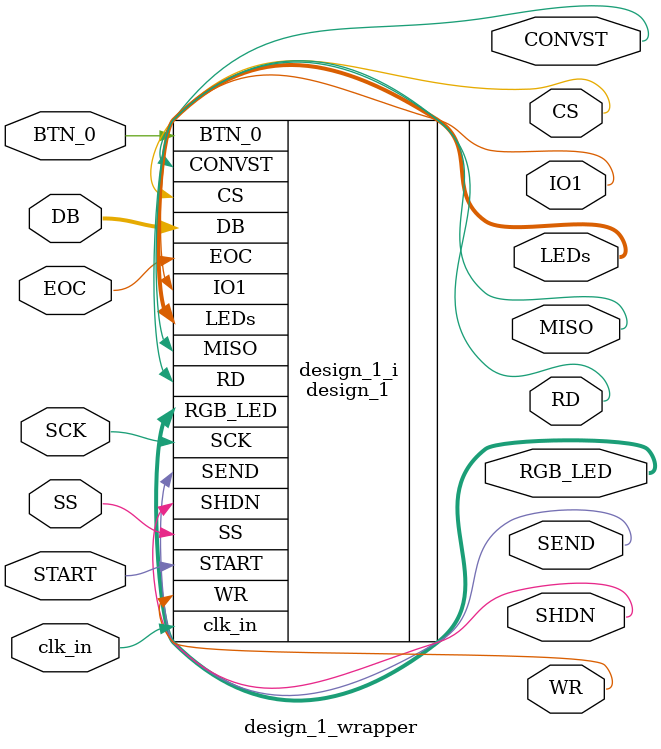
<source format=v>
`timescale 1 ps / 1 ps

module design_1_wrapper
   (BTN_0,
    CONVST,
    CS,
    DB,
    EOC,
    IO1,
    LEDs,
    MISO,
    RD,
    RGB_LED,
    SCK,
    SEND,
    SHDN,
    SS,
    START,
    WR,
    clk_in);
  input BTN_0;
  output CONVST;
  output CS;
  input [15:0]DB;
  input EOC;
  output IO1;
  output [3:0]LEDs;
  output MISO;
  output RD;
  output [2:0]RGB_LED;
  input SCK;
  output SEND;
  output [0:0]SHDN;
  input SS;
  input START;
  output [0:0]WR;
  input clk_in;

  wire BTN_0;
  wire CONVST;
  wire CS;
  wire [15:0]DB;
  wire EOC;
  wire IO1;
  wire [3:0]LEDs;
  wire MISO;
  wire RD;
  wire [2:0]RGB_LED;
  wire SCK;
  wire SEND;
  wire [0:0]SHDN;
  wire SS;
  wire START;
  wire [0:0]WR;
  wire clk_in;

  design_1 design_1_i
       (.BTN_0(BTN_0),
        .CONVST(CONVST),
        .CS(CS),
        .DB(DB),
        .EOC(EOC),
        .IO1(IO1),
        .LEDs(LEDs),
        .MISO(MISO),
        .RD(RD),
        .RGB_LED(RGB_LED),
        .SCK(SCK),
        .SEND(SEND),
        .SHDN(SHDN),
        .SS(SS),
        .START(START),
        .WR(WR),
        .clk_in(clk_in));
endmodule

</source>
